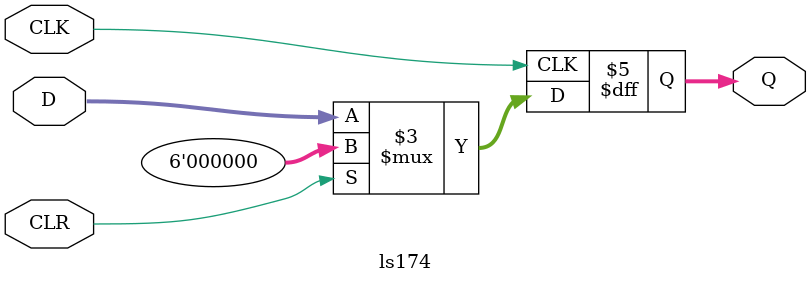
<source format=v>
`timescale 1ns / 1ps
module ls174(
        input wire CLK,
        input wire CLR,
        input wire [5:0] D,
        output reg [5:0] Q
    );

	always @(posedge CLK) begin
		if (CLR)
			Q = 6'b0;
		else
			Q = D;
	end
	
endmodule

</source>
